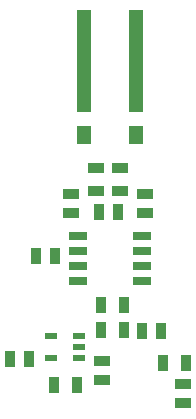
<source format=gtp>
G04*
G04 #@! TF.GenerationSoftware,Altium Limited,Altium Designer,20.1.12 (249)*
G04*
G04 Layer_Color=8421504*
%FSLAX44Y44*%
%MOMM*%
G71*
G04*
G04 #@! TF.SameCoordinates,2AA84F29-7605-4DC1-95F6-89BBEAF3FCC8*
G04*
G04*
G04 #@! TF.FilePolarity,Positive*
G04*
G01*
G75*
%ADD14R,1.2000X1.6000*%
%ADD15R,1.2000X8.7000*%
%ADD16R,1.5250X0.6500*%
%ADD17R,1.4500X0.9500*%
%ADD18R,0.9500X1.4500*%
%ADD19R,0.9600X1.3900*%
%ADD20R,1.3900X0.9600*%
%ADD21R,1.1000X0.6000*%
D14*
X282000Y258750D02*
D03*
X238000D02*
D03*
D15*
Y321250D02*
D03*
X282000D02*
D03*
D16*
X232880Y135115D02*
D03*
Y147815D02*
D03*
Y160515D02*
D03*
Y173215D02*
D03*
X287120D02*
D03*
Y160515D02*
D03*
Y147815D02*
D03*
Y135115D02*
D03*
D17*
X269042Y211250D02*
D03*
Y230750D02*
D03*
X248000Y211250D02*
D03*
Y230750D02*
D03*
D18*
X271750Y114622D02*
D03*
X252250D02*
D03*
Y93580D02*
D03*
X271750D02*
D03*
X324528Y66000D02*
D03*
X305028D02*
D03*
X232750Y46708D02*
D03*
X213250D02*
D03*
D19*
X267100Y193207D02*
D03*
X250900D02*
D03*
X197208Y156000D02*
D03*
X213407D02*
D03*
X303792Y93000D02*
D03*
X287593D02*
D03*
X175900Y69000D02*
D03*
X192100D02*
D03*
D20*
X289585Y209100D02*
D03*
Y192900D02*
D03*
X227458Y209100D02*
D03*
Y192900D02*
D03*
X322000Y31458D02*
D03*
Y47657D02*
D03*
X253542Y50900D02*
D03*
Y67100D02*
D03*
D21*
X234000Y69500D02*
D03*
Y79000D02*
D03*
Y88500D02*
D03*
X210000D02*
D03*
Y69500D02*
D03*
M02*

</source>
